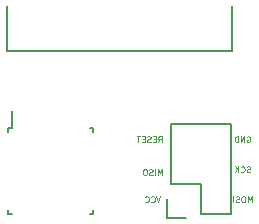
<source format=gbo>
G04 #@! TF.FileFunction,Legend,Bot*
%FSLAX46Y46*%
G04 Gerber Fmt 4.6, Leading zero omitted, Abs format (unit mm)*
G04 Created by KiCad (PCBNEW 4.0.1-3.201512221402+6198~38~ubuntu14.04.1-stable) date Sun 07 Feb 2016 23:01:24 GMT*
%MOMM*%
G01*
G04 APERTURE LIST*
%ADD10C,0.100000*%
%ADD11C,0.125000*%
%ADD12C,0.150000*%
G04 APERTURE END LIST*
D10*
D11*
X192301714Y-136624190D02*
X192301714Y-136124190D01*
X192135048Y-136481333D01*
X191968381Y-136124190D01*
X191968381Y-136624190D01*
X191635047Y-136124190D02*
X191539809Y-136124190D01*
X191492190Y-136148000D01*
X191444571Y-136195619D01*
X191420762Y-136290857D01*
X191420762Y-136457524D01*
X191444571Y-136552762D01*
X191492190Y-136600381D01*
X191539809Y-136624190D01*
X191635047Y-136624190D01*
X191682666Y-136600381D01*
X191730285Y-136552762D01*
X191754095Y-136457524D01*
X191754095Y-136290857D01*
X191730285Y-136195619D01*
X191682666Y-136148000D01*
X191635047Y-136124190D01*
X191230285Y-136600381D02*
X191158856Y-136624190D01*
X191039809Y-136624190D01*
X190992190Y-136600381D01*
X190968380Y-136576571D01*
X190944571Y-136528952D01*
X190944571Y-136481333D01*
X190968380Y-136433714D01*
X190992190Y-136409905D01*
X191039809Y-136386095D01*
X191135047Y-136362286D01*
X191182666Y-136338476D01*
X191206475Y-136314667D01*
X191230285Y-136267048D01*
X191230285Y-136219429D01*
X191206475Y-136171810D01*
X191182666Y-136148000D01*
X191135047Y-136124190D01*
X191015999Y-136124190D01*
X190944571Y-136148000D01*
X190730285Y-136624190D02*
X190730285Y-136124190D01*
X184562666Y-136124190D02*
X184395999Y-136624190D01*
X184229333Y-136124190D01*
X183776952Y-136576571D02*
X183800762Y-136600381D01*
X183872190Y-136624190D01*
X183919809Y-136624190D01*
X183991238Y-136600381D01*
X184038857Y-136552762D01*
X184062666Y-136505143D01*
X184086476Y-136409905D01*
X184086476Y-136338476D01*
X184062666Y-136243238D01*
X184038857Y-136195619D01*
X183991238Y-136148000D01*
X183919809Y-136124190D01*
X183872190Y-136124190D01*
X183800762Y-136148000D01*
X183776952Y-136171810D01*
X183276952Y-136576571D02*
X183300762Y-136600381D01*
X183372190Y-136624190D01*
X183419809Y-136624190D01*
X183491238Y-136600381D01*
X183538857Y-136552762D01*
X183562666Y-136505143D01*
X183586476Y-136409905D01*
X183586476Y-136338476D01*
X183562666Y-136243238D01*
X183538857Y-136195619D01*
X183491238Y-136148000D01*
X183419809Y-136124190D01*
X183372190Y-136124190D01*
X183300762Y-136148000D01*
X183276952Y-136171810D01*
X192158857Y-134060381D02*
X192087428Y-134084190D01*
X191968381Y-134084190D01*
X191920762Y-134060381D01*
X191896952Y-134036571D01*
X191873143Y-133988952D01*
X191873143Y-133941333D01*
X191896952Y-133893714D01*
X191920762Y-133869905D01*
X191968381Y-133846095D01*
X192063619Y-133822286D01*
X192111238Y-133798476D01*
X192135047Y-133774667D01*
X192158857Y-133727048D01*
X192158857Y-133679429D01*
X192135047Y-133631810D01*
X192111238Y-133608000D01*
X192063619Y-133584190D01*
X191944571Y-133584190D01*
X191873143Y-133608000D01*
X191373143Y-134036571D02*
X191396953Y-134060381D01*
X191468381Y-134084190D01*
X191516000Y-134084190D01*
X191587429Y-134060381D01*
X191635048Y-134012762D01*
X191658857Y-133965143D01*
X191682667Y-133869905D01*
X191682667Y-133798476D01*
X191658857Y-133703238D01*
X191635048Y-133655619D01*
X191587429Y-133608000D01*
X191516000Y-133584190D01*
X191468381Y-133584190D01*
X191396953Y-133608000D01*
X191373143Y-133631810D01*
X191158857Y-134084190D02*
X191158857Y-133584190D01*
X190873143Y-134084190D02*
X191087429Y-133798476D01*
X190873143Y-133584190D02*
X191158857Y-133869905D01*
X184681714Y-134338190D02*
X184681714Y-133838190D01*
X184515048Y-134195333D01*
X184348381Y-133838190D01*
X184348381Y-134338190D01*
X184110285Y-134338190D02*
X184110285Y-133838190D01*
X183896000Y-134314381D02*
X183824571Y-134338190D01*
X183705524Y-134338190D01*
X183657905Y-134314381D01*
X183634095Y-134290571D01*
X183610286Y-134242952D01*
X183610286Y-134195333D01*
X183634095Y-134147714D01*
X183657905Y-134123905D01*
X183705524Y-134100095D01*
X183800762Y-134076286D01*
X183848381Y-134052476D01*
X183872190Y-134028667D01*
X183896000Y-133981048D01*
X183896000Y-133933429D01*
X183872190Y-133885810D01*
X183848381Y-133862000D01*
X183800762Y-133838190D01*
X183681714Y-133838190D01*
X183610286Y-133862000D01*
X183300762Y-133838190D02*
X183205524Y-133838190D01*
X183157905Y-133862000D01*
X183110286Y-133909619D01*
X183086477Y-134004857D01*
X183086477Y-134171524D01*
X183110286Y-134266762D01*
X183157905Y-134314381D01*
X183205524Y-134338190D01*
X183300762Y-134338190D01*
X183348381Y-134314381D01*
X183396000Y-134266762D01*
X183419810Y-134171524D01*
X183419810Y-134004857D01*
X183396000Y-133909619D01*
X183348381Y-133862000D01*
X183300762Y-133838190D01*
X191896953Y-131068000D02*
X191944572Y-131044190D01*
X192016000Y-131044190D01*
X192087429Y-131068000D01*
X192135048Y-131115619D01*
X192158857Y-131163238D01*
X192182667Y-131258476D01*
X192182667Y-131329905D01*
X192158857Y-131425143D01*
X192135048Y-131472762D01*
X192087429Y-131520381D01*
X192016000Y-131544190D01*
X191968381Y-131544190D01*
X191896953Y-131520381D01*
X191873143Y-131496571D01*
X191873143Y-131329905D01*
X191968381Y-131329905D01*
X191658857Y-131544190D02*
X191658857Y-131044190D01*
X191373143Y-131544190D01*
X191373143Y-131044190D01*
X191135047Y-131544190D02*
X191135047Y-131044190D01*
X191016000Y-131044190D01*
X190944571Y-131068000D01*
X190896952Y-131115619D01*
X190873143Y-131163238D01*
X190849333Y-131258476D01*
X190849333Y-131329905D01*
X190873143Y-131425143D01*
X190896952Y-131472762D01*
X190944571Y-131520381D01*
X191016000Y-131544190D01*
X191135047Y-131544190D01*
X184368190Y-131544190D02*
X184534857Y-131306095D01*
X184653904Y-131544190D02*
X184653904Y-131044190D01*
X184463428Y-131044190D01*
X184415809Y-131068000D01*
X184392000Y-131091810D01*
X184368190Y-131139429D01*
X184368190Y-131210857D01*
X184392000Y-131258476D01*
X184415809Y-131282286D01*
X184463428Y-131306095D01*
X184653904Y-131306095D01*
X184153904Y-131282286D02*
X183987238Y-131282286D01*
X183915809Y-131544190D02*
X184153904Y-131544190D01*
X184153904Y-131044190D01*
X183915809Y-131044190D01*
X183725333Y-131520381D02*
X183653904Y-131544190D01*
X183534857Y-131544190D01*
X183487238Y-131520381D01*
X183463428Y-131496571D01*
X183439619Y-131448952D01*
X183439619Y-131401333D01*
X183463428Y-131353714D01*
X183487238Y-131329905D01*
X183534857Y-131306095D01*
X183630095Y-131282286D01*
X183677714Y-131258476D01*
X183701523Y-131234667D01*
X183725333Y-131187048D01*
X183725333Y-131139429D01*
X183701523Y-131091810D01*
X183677714Y-131068000D01*
X183630095Y-131044190D01*
X183511047Y-131044190D01*
X183439619Y-131068000D01*
X183225333Y-131282286D02*
X183058667Y-131282286D01*
X182987238Y-131544190D02*
X183225333Y-131544190D01*
X183225333Y-131044190D01*
X182987238Y-131044190D01*
X182844381Y-131044190D02*
X182558667Y-131044190D01*
X182701524Y-131544190D02*
X182701524Y-131044190D01*
D12*
X171635000Y-130360000D02*
X171960000Y-130360000D01*
X171635000Y-137610000D02*
X171960000Y-137610000D01*
X178885000Y-137610000D02*
X178560000Y-137610000D01*
X178885000Y-130360000D02*
X178560000Y-130360000D01*
X171635000Y-130360000D02*
X171635000Y-130685000D01*
X178885000Y-130360000D02*
X178885000Y-130685000D01*
X178885000Y-137610000D02*
X178885000Y-137285000D01*
X171635000Y-137610000D02*
X171635000Y-137285000D01*
X171960000Y-130360000D02*
X171960000Y-128935000D01*
X171577000Y-123825000D02*
X171577000Y-120015000D01*
X190627000Y-123825000D02*
X190627000Y-120015000D01*
X181102000Y-123825000D02*
X190627000Y-123825000D01*
X181102000Y-123825000D02*
X171577000Y-123825000D01*
X185420000Y-135128000D02*
X185420000Y-130048000D01*
X185140000Y-137948000D02*
X186690000Y-137948000D01*
X187960000Y-137668000D02*
X187960000Y-135128000D01*
X187960000Y-135128000D02*
X185420000Y-135128000D01*
X185420000Y-130048000D02*
X190500000Y-130048000D01*
X190500000Y-130048000D02*
X190500000Y-135128000D01*
X185140000Y-137948000D02*
X185140000Y-136398000D01*
X190500000Y-137668000D02*
X187960000Y-137668000D01*
X190500000Y-135128000D02*
X190500000Y-137668000D01*
M02*

</source>
